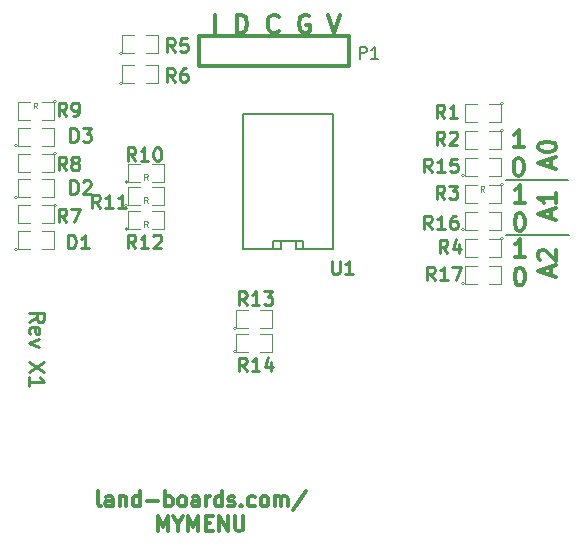
<source format=gto>
G04 (created by PCBNEW (2013-07-07 BZR 4022)-stable) date 3/7/2015 2:00:05 PM*
%MOIN*%
G04 Gerber Fmt 3.4, Leading zero omitted, Abs format*
%FSLAX34Y34*%
G01*
G70*
G90*
G04 APERTURE LIST*
%ADD10C,0.00590551*%
%ADD11C,0.00787402*%
%ADD12C,0.011811*%
%ADD13C,0.00875*%
%ADD14C,0.0125*%
%ADD15C,0.0039*%
%ADD16C,0.012*%
%ADD17C,0.01*%
%ADD18C,0.0043*%
%ADD19C,0.008*%
G04 APERTURE END LIST*
G54D10*
G54D11*
X54251Y-34370D02*
X56377Y-34370D01*
X54251Y-32559D02*
X56338Y-32559D01*
G54D12*
X55770Y-35721D02*
X55770Y-35440D01*
X55939Y-35778D02*
X55348Y-35581D01*
X55939Y-35384D01*
X55404Y-35215D02*
X55376Y-35187D01*
X55348Y-35131D01*
X55348Y-34990D01*
X55376Y-34934D01*
X55404Y-34906D01*
X55460Y-34878D01*
X55517Y-34878D01*
X55601Y-34906D01*
X55939Y-35243D01*
X55939Y-34878D01*
X55770Y-33821D02*
X55770Y-33540D01*
X55939Y-33878D02*
X55348Y-33681D01*
X55939Y-33484D01*
X55939Y-32978D02*
X55939Y-33315D01*
X55939Y-33146D02*
X55348Y-33146D01*
X55432Y-33203D01*
X55489Y-33259D01*
X55517Y-33315D01*
X55770Y-32121D02*
X55770Y-31840D01*
X55939Y-32178D02*
X55348Y-31981D01*
X55939Y-31784D01*
X55348Y-31475D02*
X55348Y-31418D01*
X55376Y-31362D01*
X55404Y-31334D01*
X55460Y-31306D01*
X55573Y-31278D01*
X55714Y-31278D01*
X55826Y-31306D01*
X55882Y-31334D01*
X55910Y-31362D01*
X55939Y-31418D01*
X55939Y-31475D01*
X55910Y-31531D01*
X55882Y-31559D01*
X55826Y-31587D01*
X55714Y-31615D01*
X55573Y-31615D01*
X55460Y-31587D01*
X55404Y-31559D01*
X55376Y-31531D01*
X55348Y-31475D01*
X54893Y-35120D02*
X54555Y-35120D01*
X54724Y-35120D02*
X54724Y-34530D01*
X54668Y-34614D01*
X54611Y-34670D01*
X54555Y-34699D01*
X54696Y-35475D02*
X54752Y-35475D01*
X54808Y-35503D01*
X54836Y-35531D01*
X54865Y-35587D01*
X54893Y-35700D01*
X54893Y-35840D01*
X54865Y-35953D01*
X54836Y-36009D01*
X54808Y-36037D01*
X54752Y-36065D01*
X54696Y-36065D01*
X54640Y-36037D01*
X54611Y-36009D01*
X54583Y-35953D01*
X54555Y-35840D01*
X54555Y-35700D01*
X54583Y-35587D01*
X54611Y-35531D01*
X54640Y-35503D01*
X54696Y-35475D01*
X54893Y-33309D02*
X54555Y-33309D01*
X54724Y-33309D02*
X54724Y-32719D01*
X54668Y-32803D01*
X54611Y-32859D01*
X54555Y-32888D01*
X54696Y-33664D02*
X54752Y-33664D01*
X54808Y-33692D01*
X54836Y-33720D01*
X54865Y-33776D01*
X54893Y-33889D01*
X54893Y-34029D01*
X54865Y-34142D01*
X54836Y-34198D01*
X54808Y-34226D01*
X54752Y-34254D01*
X54696Y-34254D01*
X54640Y-34226D01*
X54611Y-34198D01*
X54583Y-34142D01*
X54555Y-34029D01*
X54555Y-33889D01*
X54583Y-33776D01*
X54611Y-33720D01*
X54640Y-33692D01*
X54696Y-33664D01*
X54853Y-31459D02*
X54516Y-31459D01*
X54685Y-31459D02*
X54685Y-30868D01*
X54628Y-30953D01*
X54572Y-31009D01*
X54516Y-31037D01*
X54656Y-31813D02*
X54713Y-31813D01*
X54769Y-31841D01*
X54797Y-31870D01*
X54825Y-31926D01*
X54853Y-32038D01*
X54853Y-32179D01*
X54825Y-32291D01*
X54797Y-32348D01*
X54769Y-32376D01*
X54713Y-32404D01*
X54656Y-32404D01*
X54600Y-32376D01*
X54572Y-32348D01*
X54544Y-32291D01*
X54516Y-32179D01*
X54516Y-32038D01*
X54544Y-31926D01*
X54572Y-31870D01*
X54600Y-31841D01*
X54656Y-31813D01*
X44575Y-27640D02*
X44575Y-27050D01*
X45306Y-27640D02*
X45306Y-27050D01*
X45447Y-27050D01*
X45531Y-27078D01*
X45587Y-27134D01*
X45615Y-27190D01*
X45643Y-27303D01*
X45643Y-27387D01*
X45615Y-27500D01*
X45587Y-27556D01*
X45531Y-27612D01*
X45447Y-27640D01*
X45306Y-27640D01*
X46684Y-27584D02*
X46656Y-27612D01*
X46571Y-27640D01*
X46515Y-27640D01*
X46431Y-27612D01*
X46375Y-27556D01*
X46347Y-27500D01*
X46318Y-27387D01*
X46318Y-27303D01*
X46347Y-27190D01*
X46375Y-27134D01*
X46431Y-27078D01*
X46515Y-27050D01*
X46571Y-27050D01*
X46656Y-27078D01*
X46684Y-27106D01*
X47696Y-27078D02*
X47640Y-27050D01*
X47556Y-27050D01*
X47471Y-27078D01*
X47415Y-27134D01*
X47387Y-27190D01*
X47359Y-27303D01*
X47359Y-27387D01*
X47387Y-27500D01*
X47415Y-27556D01*
X47471Y-27612D01*
X47556Y-27640D01*
X47612Y-27640D01*
X47696Y-27612D01*
X47724Y-27584D01*
X47724Y-27387D01*
X47612Y-27387D01*
X48343Y-27050D02*
X48540Y-27640D01*
X48737Y-27050D01*
G54D13*
X38380Y-37272D02*
X38618Y-37105D01*
X38380Y-36986D02*
X38880Y-36986D01*
X38880Y-37177D01*
X38856Y-37224D01*
X38832Y-37248D01*
X38785Y-37272D01*
X38713Y-37272D01*
X38666Y-37248D01*
X38642Y-37224D01*
X38618Y-37177D01*
X38618Y-36986D01*
X38404Y-37677D02*
X38380Y-37629D01*
X38380Y-37534D01*
X38404Y-37486D01*
X38451Y-37462D01*
X38642Y-37462D01*
X38689Y-37486D01*
X38713Y-37534D01*
X38713Y-37629D01*
X38689Y-37677D01*
X38642Y-37700D01*
X38594Y-37700D01*
X38546Y-37462D01*
X38713Y-37867D02*
X38380Y-37986D01*
X38713Y-38105D01*
X38880Y-38629D02*
X38380Y-38962D01*
X38880Y-38962D02*
X38380Y-38629D01*
X38380Y-39415D02*
X38380Y-39129D01*
X38380Y-39272D02*
X38880Y-39272D01*
X38808Y-39224D01*
X38761Y-39177D01*
X38737Y-39129D01*
G54D14*
X40749Y-43430D02*
X40701Y-43406D01*
X40677Y-43359D01*
X40677Y-42930D01*
X41154Y-43430D02*
X41154Y-43168D01*
X41130Y-43121D01*
X41082Y-43097D01*
X40987Y-43097D01*
X40939Y-43121D01*
X41154Y-43406D02*
X41106Y-43430D01*
X40987Y-43430D01*
X40939Y-43406D01*
X40915Y-43359D01*
X40915Y-43311D01*
X40939Y-43264D01*
X40987Y-43240D01*
X41106Y-43240D01*
X41154Y-43216D01*
X41392Y-43097D02*
X41392Y-43430D01*
X41392Y-43145D02*
X41415Y-43121D01*
X41463Y-43097D01*
X41534Y-43097D01*
X41582Y-43121D01*
X41606Y-43168D01*
X41606Y-43430D01*
X42058Y-43430D02*
X42058Y-42930D01*
X42058Y-43406D02*
X42011Y-43430D01*
X41915Y-43430D01*
X41868Y-43406D01*
X41844Y-43383D01*
X41820Y-43335D01*
X41820Y-43192D01*
X41844Y-43145D01*
X41868Y-43121D01*
X41915Y-43097D01*
X42011Y-43097D01*
X42058Y-43121D01*
X42296Y-43240D02*
X42677Y-43240D01*
X42915Y-43430D02*
X42915Y-42930D01*
X42915Y-43121D02*
X42963Y-43097D01*
X43058Y-43097D01*
X43106Y-43121D01*
X43130Y-43145D01*
X43154Y-43192D01*
X43154Y-43335D01*
X43130Y-43383D01*
X43106Y-43406D01*
X43058Y-43430D01*
X42963Y-43430D01*
X42915Y-43406D01*
X43439Y-43430D02*
X43392Y-43406D01*
X43368Y-43383D01*
X43344Y-43335D01*
X43344Y-43192D01*
X43368Y-43145D01*
X43392Y-43121D01*
X43439Y-43097D01*
X43511Y-43097D01*
X43558Y-43121D01*
X43582Y-43145D01*
X43606Y-43192D01*
X43606Y-43335D01*
X43582Y-43383D01*
X43558Y-43406D01*
X43511Y-43430D01*
X43439Y-43430D01*
X44034Y-43430D02*
X44034Y-43168D01*
X44011Y-43121D01*
X43963Y-43097D01*
X43868Y-43097D01*
X43820Y-43121D01*
X44034Y-43406D02*
X43987Y-43430D01*
X43868Y-43430D01*
X43820Y-43406D01*
X43796Y-43359D01*
X43796Y-43311D01*
X43820Y-43264D01*
X43868Y-43240D01*
X43987Y-43240D01*
X44034Y-43216D01*
X44273Y-43430D02*
X44273Y-43097D01*
X44273Y-43192D02*
X44296Y-43145D01*
X44320Y-43121D01*
X44368Y-43097D01*
X44415Y-43097D01*
X44796Y-43430D02*
X44796Y-42930D01*
X44796Y-43406D02*
X44749Y-43430D01*
X44654Y-43430D01*
X44606Y-43406D01*
X44582Y-43383D01*
X44558Y-43335D01*
X44558Y-43192D01*
X44582Y-43145D01*
X44606Y-43121D01*
X44654Y-43097D01*
X44749Y-43097D01*
X44796Y-43121D01*
X45011Y-43406D02*
X45058Y-43430D01*
X45154Y-43430D01*
X45201Y-43406D01*
X45225Y-43359D01*
X45225Y-43335D01*
X45201Y-43287D01*
X45154Y-43264D01*
X45082Y-43264D01*
X45034Y-43240D01*
X45011Y-43192D01*
X45011Y-43168D01*
X45034Y-43121D01*
X45082Y-43097D01*
X45154Y-43097D01*
X45201Y-43121D01*
X45439Y-43383D02*
X45463Y-43406D01*
X45439Y-43430D01*
X45415Y-43406D01*
X45439Y-43383D01*
X45439Y-43430D01*
X45892Y-43406D02*
X45844Y-43430D01*
X45749Y-43430D01*
X45701Y-43406D01*
X45677Y-43383D01*
X45654Y-43335D01*
X45654Y-43192D01*
X45677Y-43145D01*
X45701Y-43121D01*
X45749Y-43097D01*
X45844Y-43097D01*
X45892Y-43121D01*
X46177Y-43430D02*
X46130Y-43406D01*
X46106Y-43383D01*
X46082Y-43335D01*
X46082Y-43192D01*
X46106Y-43145D01*
X46130Y-43121D01*
X46177Y-43097D01*
X46249Y-43097D01*
X46296Y-43121D01*
X46320Y-43145D01*
X46344Y-43192D01*
X46344Y-43335D01*
X46320Y-43383D01*
X46296Y-43406D01*
X46249Y-43430D01*
X46177Y-43430D01*
X46558Y-43430D02*
X46558Y-43097D01*
X46558Y-43145D02*
X46582Y-43121D01*
X46630Y-43097D01*
X46701Y-43097D01*
X46749Y-43121D01*
X46773Y-43168D01*
X46773Y-43430D01*
X46773Y-43168D02*
X46796Y-43121D01*
X46844Y-43097D01*
X46915Y-43097D01*
X46963Y-43121D01*
X46987Y-43168D01*
X46987Y-43430D01*
X47582Y-42906D02*
X47154Y-43549D01*
X42677Y-44255D02*
X42677Y-43755D01*
X42844Y-44112D01*
X43011Y-43755D01*
X43011Y-44255D01*
X43344Y-44017D02*
X43344Y-44255D01*
X43177Y-43755D02*
X43344Y-44017D01*
X43511Y-43755D01*
X43677Y-44255D02*
X43677Y-43755D01*
X43844Y-44112D01*
X44011Y-43755D01*
X44011Y-44255D01*
X44249Y-43993D02*
X44415Y-43993D01*
X44487Y-44255D02*
X44249Y-44255D01*
X44249Y-43755D01*
X44487Y-43755D01*
X44701Y-44255D02*
X44701Y-43755D01*
X44987Y-44255D01*
X44987Y-43755D01*
X45225Y-43755D02*
X45225Y-44160D01*
X45249Y-44208D01*
X45273Y-44231D01*
X45320Y-44255D01*
X45415Y-44255D01*
X45463Y-44231D01*
X45487Y-44208D01*
X45511Y-44160D01*
X45511Y-43755D01*
G54D15*
X45281Y-38280D02*
G75*
G03X45281Y-38280I-50J0D01*
G74*
G01*
X45681Y-38280D02*
X45281Y-38280D01*
X45281Y-38280D02*
X45281Y-37680D01*
X45281Y-37680D02*
X45681Y-37680D01*
X46081Y-37680D02*
X46481Y-37680D01*
X46481Y-37680D02*
X46481Y-38280D01*
X46481Y-38280D02*
X46081Y-38280D01*
X45281Y-37492D02*
G75*
G03X45281Y-37492I-50J0D01*
G74*
G01*
X45681Y-37492D02*
X45281Y-37492D01*
X45281Y-37492D02*
X45281Y-36892D01*
X45281Y-36892D02*
X45681Y-36892D01*
X46081Y-36892D02*
X46481Y-36892D01*
X46481Y-36892D02*
X46481Y-37492D01*
X46481Y-37492D02*
X46081Y-37492D01*
X41659Y-34185D02*
G75*
G03X41659Y-34185I-50J0D01*
G74*
G01*
X42059Y-34185D02*
X41659Y-34185D01*
X41659Y-34185D02*
X41659Y-33585D01*
X41659Y-33585D02*
X42059Y-33585D01*
X42459Y-33585D02*
X42859Y-33585D01*
X42859Y-33585D02*
X42859Y-34185D01*
X42859Y-34185D02*
X42459Y-34185D01*
X41659Y-33398D02*
G75*
G03X41659Y-33398I-50J0D01*
G74*
G01*
X42059Y-33398D02*
X41659Y-33398D01*
X41659Y-33398D02*
X41659Y-32798D01*
X41659Y-32798D02*
X42059Y-32798D01*
X42459Y-32798D02*
X42859Y-32798D01*
X42859Y-32798D02*
X42859Y-33398D01*
X42859Y-33398D02*
X42459Y-33398D01*
X41659Y-32611D02*
G75*
G03X41659Y-32611I-50J0D01*
G74*
G01*
X42059Y-32611D02*
X41659Y-32611D01*
X41659Y-32611D02*
X41659Y-32011D01*
X41659Y-32011D02*
X42059Y-32011D01*
X42459Y-32011D02*
X42859Y-32011D01*
X42859Y-32011D02*
X42859Y-32611D01*
X42859Y-32611D02*
X42459Y-32611D01*
X37982Y-34866D02*
G75*
G03X37982Y-34866I-50J0D01*
G74*
G01*
X38382Y-34866D02*
X37982Y-34866D01*
X37982Y-34866D02*
X37982Y-34266D01*
X37982Y-34266D02*
X38382Y-34266D01*
X38782Y-34266D02*
X39182Y-34266D01*
X39182Y-34266D02*
X39182Y-34866D01*
X39182Y-34866D02*
X38782Y-34866D01*
X37982Y-33134D02*
G75*
G03X37982Y-33134I-50J0D01*
G74*
G01*
X38382Y-33134D02*
X37982Y-33134D01*
X37982Y-33134D02*
X37982Y-32534D01*
X37982Y-32534D02*
X38382Y-32534D01*
X38782Y-32534D02*
X39182Y-32534D01*
X39182Y-32534D02*
X39182Y-33134D01*
X39182Y-33134D02*
X38782Y-33134D01*
X37982Y-31402D02*
G75*
G03X37982Y-31402I-50J0D01*
G74*
G01*
X38382Y-31402D02*
X37982Y-31402D01*
X37982Y-31402D02*
X37982Y-30802D01*
X37982Y-30802D02*
X38382Y-30802D01*
X38782Y-30802D02*
X39182Y-30802D01*
X39182Y-30802D02*
X39182Y-31402D01*
X39182Y-31402D02*
X38782Y-31402D01*
X39282Y-33400D02*
G75*
G03X39282Y-33400I-50J0D01*
G74*
G01*
X38782Y-33400D02*
X39182Y-33400D01*
X39182Y-33400D02*
X39182Y-34000D01*
X39182Y-34000D02*
X38782Y-34000D01*
X38382Y-34000D02*
X37982Y-34000D01*
X37982Y-34000D02*
X37982Y-33400D01*
X37982Y-33400D02*
X38382Y-33400D01*
X39282Y-31668D02*
G75*
G03X39282Y-31668I-50J0D01*
G74*
G01*
X38782Y-31668D02*
X39182Y-31668D01*
X39182Y-31668D02*
X39182Y-32268D01*
X39182Y-32268D02*
X38782Y-32268D01*
X38382Y-32268D02*
X37982Y-32268D01*
X37982Y-32268D02*
X37982Y-31668D01*
X37982Y-31668D02*
X38382Y-31668D01*
X39282Y-29936D02*
G75*
G03X39282Y-29936I-50J0D01*
G74*
G01*
X38782Y-29936D02*
X39182Y-29936D01*
X39182Y-29936D02*
X39182Y-30536D01*
X39182Y-30536D02*
X38782Y-30536D01*
X38382Y-30536D02*
X37982Y-30536D01*
X37982Y-30536D02*
X37982Y-29936D01*
X37982Y-29936D02*
X38382Y-29936D01*
X41480Y-29323D02*
G75*
G03X41480Y-29323I-50J0D01*
G74*
G01*
X41880Y-29323D02*
X41480Y-29323D01*
X41480Y-29323D02*
X41480Y-28723D01*
X41480Y-28723D02*
X41880Y-28723D01*
X42280Y-28723D02*
X42680Y-28723D01*
X42680Y-28723D02*
X42680Y-29323D01*
X42680Y-29323D02*
X42280Y-29323D01*
X41480Y-28323D02*
G75*
G03X41480Y-28323I-50J0D01*
G74*
G01*
X41880Y-28323D02*
X41480Y-28323D01*
X41480Y-28323D02*
X41480Y-27723D01*
X41480Y-27723D02*
X41880Y-27723D01*
X42280Y-27723D02*
X42680Y-27723D01*
X42680Y-27723D02*
X42680Y-28323D01*
X42680Y-28323D02*
X42280Y-28323D01*
X54185Y-34506D02*
G75*
G03X54185Y-34506I-50J0D01*
G74*
G01*
X53685Y-34506D02*
X54085Y-34506D01*
X54085Y-34506D02*
X54085Y-35106D01*
X54085Y-35106D02*
X53685Y-35106D01*
X53285Y-35106D02*
X52885Y-35106D01*
X52885Y-35106D02*
X52885Y-34506D01*
X52885Y-34506D02*
X53285Y-34506D01*
X54185Y-32706D02*
G75*
G03X54185Y-32706I-50J0D01*
G74*
G01*
X53685Y-32706D02*
X54085Y-32706D01*
X54085Y-32706D02*
X54085Y-33306D01*
X54085Y-33306D02*
X53685Y-33306D01*
X53285Y-33306D02*
X52885Y-33306D01*
X52885Y-33306D02*
X52885Y-32706D01*
X52885Y-32706D02*
X53285Y-32706D01*
X54185Y-30906D02*
G75*
G03X54185Y-30906I-50J0D01*
G74*
G01*
X53685Y-30906D02*
X54085Y-30906D01*
X54085Y-30906D02*
X54085Y-31506D01*
X54085Y-31506D02*
X53685Y-31506D01*
X53285Y-31506D02*
X52885Y-31506D01*
X52885Y-31506D02*
X52885Y-30906D01*
X52885Y-30906D02*
X53285Y-30906D01*
X54185Y-30006D02*
G75*
G03X54185Y-30006I-50J0D01*
G74*
G01*
X53685Y-30006D02*
X54085Y-30006D01*
X54085Y-30006D02*
X54085Y-30606D01*
X54085Y-30606D02*
X53685Y-30606D01*
X53285Y-30606D02*
X52885Y-30606D01*
X52885Y-30606D02*
X52885Y-30006D01*
X52885Y-30006D02*
X53285Y-30006D01*
G54D10*
X47507Y-34848D02*
X47257Y-34848D01*
X47257Y-34848D02*
X47257Y-34598D01*
X47257Y-34598D02*
X46757Y-34598D01*
X46757Y-34598D02*
X46757Y-34848D01*
X46757Y-34848D02*
X46507Y-34848D01*
X45507Y-34848D02*
X45507Y-30348D01*
X45507Y-30348D02*
X48507Y-30348D01*
X48507Y-30348D02*
X48507Y-34848D01*
X48507Y-34848D02*
X47507Y-34848D01*
X47507Y-34848D02*
X47507Y-34598D01*
X47507Y-34598D02*
X46507Y-34598D01*
X46507Y-34598D02*
X46507Y-34848D01*
X46507Y-34848D02*
X45507Y-34848D01*
G54D15*
X52885Y-36006D02*
G75*
G03X52885Y-36006I-50J0D01*
G74*
G01*
X53285Y-36006D02*
X52885Y-36006D01*
X52885Y-36006D02*
X52885Y-35406D01*
X52885Y-35406D02*
X53285Y-35406D01*
X53685Y-35406D02*
X54085Y-35406D01*
X54085Y-35406D02*
X54085Y-36006D01*
X54085Y-36006D02*
X53685Y-36006D01*
X52885Y-34206D02*
G75*
G03X52885Y-34206I-50J0D01*
G74*
G01*
X53285Y-34206D02*
X52885Y-34206D01*
X52885Y-34206D02*
X52885Y-33606D01*
X52885Y-33606D02*
X53285Y-33606D01*
X53685Y-33606D02*
X54085Y-33606D01*
X54085Y-33606D02*
X54085Y-34206D01*
X54085Y-34206D02*
X53685Y-34206D01*
X52885Y-32406D02*
G75*
G03X52885Y-32406I-50J0D01*
G74*
G01*
X53285Y-32406D02*
X52885Y-32406D01*
X52885Y-32406D02*
X52885Y-31806D01*
X52885Y-31806D02*
X53285Y-31806D01*
X53685Y-31806D02*
X54085Y-31806D01*
X54085Y-31806D02*
X54085Y-32406D01*
X54085Y-32406D02*
X53685Y-32406D01*
G54D16*
X49035Y-28767D02*
X49035Y-27767D01*
X44035Y-27767D02*
X44035Y-28767D01*
X49035Y-28767D02*
X44035Y-28767D01*
X44035Y-27767D02*
X49035Y-27767D01*
G54D17*
X45616Y-38922D02*
X45466Y-38708D01*
X45359Y-38922D02*
X45359Y-38472D01*
X45530Y-38472D01*
X45573Y-38493D01*
X45594Y-38515D01*
X45616Y-38558D01*
X45616Y-38622D01*
X45594Y-38665D01*
X45573Y-38686D01*
X45530Y-38708D01*
X45359Y-38708D01*
X46044Y-38922D02*
X45787Y-38922D01*
X45916Y-38922D02*
X45916Y-38472D01*
X45873Y-38536D01*
X45830Y-38579D01*
X45787Y-38600D01*
X46430Y-38622D02*
X46430Y-38922D01*
X46323Y-38450D02*
X46216Y-38772D01*
X46494Y-38772D01*
X45616Y-36717D02*
X45466Y-36503D01*
X45359Y-36717D02*
X45359Y-36267D01*
X45530Y-36267D01*
X45573Y-36289D01*
X45594Y-36310D01*
X45616Y-36353D01*
X45616Y-36417D01*
X45594Y-36460D01*
X45573Y-36481D01*
X45530Y-36503D01*
X45359Y-36503D01*
X46044Y-36717D02*
X45787Y-36717D01*
X45916Y-36717D02*
X45916Y-36267D01*
X45873Y-36331D01*
X45830Y-36374D01*
X45787Y-36396D01*
X46194Y-36267D02*
X46473Y-36267D01*
X46323Y-36439D01*
X46387Y-36439D01*
X46430Y-36460D01*
X46451Y-36481D01*
X46473Y-36524D01*
X46473Y-36631D01*
X46451Y-36674D01*
X46430Y-36696D01*
X46387Y-36717D01*
X46259Y-36717D01*
X46216Y-36696D01*
X46194Y-36674D01*
X41915Y-34827D02*
X41765Y-34613D01*
X41658Y-34827D02*
X41658Y-34377D01*
X41829Y-34377D01*
X41872Y-34399D01*
X41894Y-34420D01*
X41915Y-34463D01*
X41915Y-34527D01*
X41894Y-34570D01*
X41872Y-34592D01*
X41829Y-34613D01*
X41658Y-34613D01*
X42344Y-34827D02*
X42086Y-34827D01*
X42215Y-34827D02*
X42215Y-34377D01*
X42172Y-34442D01*
X42129Y-34484D01*
X42086Y-34506D01*
X42515Y-34420D02*
X42536Y-34399D01*
X42579Y-34377D01*
X42686Y-34377D01*
X42729Y-34399D01*
X42751Y-34420D01*
X42772Y-34463D01*
X42772Y-34506D01*
X42751Y-34570D01*
X42494Y-34827D01*
X42772Y-34827D01*
G54D18*
X42320Y-34115D02*
X42255Y-34021D01*
X42208Y-34115D02*
X42208Y-33918D01*
X42283Y-33918D01*
X42302Y-33927D01*
X42311Y-33937D01*
X42320Y-33956D01*
X42320Y-33984D01*
X42311Y-34002D01*
X42302Y-34012D01*
X42283Y-34021D01*
X42208Y-34021D01*
G54D17*
X40734Y-33489D02*
X40584Y-33274D01*
X40477Y-33489D02*
X40477Y-33039D01*
X40648Y-33039D01*
X40691Y-33060D01*
X40712Y-33082D01*
X40734Y-33124D01*
X40734Y-33189D01*
X40712Y-33232D01*
X40691Y-33253D01*
X40648Y-33274D01*
X40477Y-33274D01*
X41162Y-33489D02*
X40905Y-33489D01*
X41034Y-33489D02*
X41034Y-33039D01*
X40991Y-33103D01*
X40948Y-33146D01*
X40905Y-33167D01*
X41591Y-33489D02*
X41334Y-33489D01*
X41462Y-33489D02*
X41462Y-33039D01*
X41420Y-33103D01*
X41377Y-33146D01*
X41334Y-33167D01*
G54D18*
X42320Y-33328D02*
X42255Y-33234D01*
X42208Y-33328D02*
X42208Y-33131D01*
X42283Y-33131D01*
X42302Y-33140D01*
X42311Y-33149D01*
X42320Y-33168D01*
X42320Y-33196D01*
X42311Y-33215D01*
X42302Y-33224D01*
X42283Y-33234D01*
X42208Y-33234D01*
G54D17*
X41915Y-31914D02*
X41765Y-31700D01*
X41658Y-31914D02*
X41658Y-31464D01*
X41829Y-31464D01*
X41872Y-31485D01*
X41894Y-31507D01*
X41915Y-31550D01*
X41915Y-31614D01*
X41894Y-31657D01*
X41872Y-31678D01*
X41829Y-31700D01*
X41658Y-31700D01*
X42344Y-31914D02*
X42086Y-31914D01*
X42215Y-31914D02*
X42215Y-31464D01*
X42172Y-31528D01*
X42129Y-31571D01*
X42086Y-31592D01*
X42622Y-31464D02*
X42665Y-31464D01*
X42708Y-31485D01*
X42729Y-31507D01*
X42751Y-31550D01*
X42772Y-31635D01*
X42772Y-31742D01*
X42751Y-31828D01*
X42729Y-31871D01*
X42708Y-31892D01*
X42665Y-31914D01*
X42622Y-31914D01*
X42579Y-31892D01*
X42558Y-31871D01*
X42536Y-31828D01*
X42515Y-31742D01*
X42515Y-31635D01*
X42536Y-31550D01*
X42558Y-31507D01*
X42579Y-31485D01*
X42622Y-31464D01*
G54D18*
X42320Y-32540D02*
X42255Y-32446D01*
X42208Y-32540D02*
X42208Y-32343D01*
X42283Y-32343D01*
X42302Y-32353D01*
X42311Y-32362D01*
X42320Y-32381D01*
X42320Y-32409D01*
X42311Y-32428D01*
X42302Y-32437D01*
X42283Y-32446D01*
X42208Y-32446D01*
G54D17*
X39667Y-34827D02*
X39667Y-34377D01*
X39775Y-34377D01*
X39839Y-34399D01*
X39882Y-34442D01*
X39903Y-34484D01*
X39925Y-34570D01*
X39925Y-34634D01*
X39903Y-34720D01*
X39882Y-34763D01*
X39839Y-34806D01*
X39775Y-34827D01*
X39667Y-34827D01*
X40353Y-34827D02*
X40096Y-34827D01*
X40225Y-34827D02*
X40225Y-34377D01*
X40182Y-34442D01*
X40139Y-34484D01*
X40096Y-34506D01*
X39746Y-33016D02*
X39746Y-32566D01*
X39853Y-32566D01*
X39918Y-32588D01*
X39960Y-32631D01*
X39982Y-32673D01*
X40003Y-32759D01*
X40003Y-32823D01*
X39982Y-32909D01*
X39960Y-32952D01*
X39918Y-32995D01*
X39853Y-33016D01*
X39746Y-33016D01*
X40175Y-32609D02*
X40196Y-32588D01*
X40239Y-32566D01*
X40346Y-32566D01*
X40389Y-32588D01*
X40410Y-32609D01*
X40432Y-32652D01*
X40432Y-32695D01*
X40410Y-32759D01*
X40153Y-33016D01*
X40432Y-33016D01*
X39746Y-31284D02*
X39746Y-30834D01*
X39853Y-30834D01*
X39918Y-30855D01*
X39960Y-30898D01*
X39982Y-30941D01*
X40003Y-31027D01*
X40003Y-31091D01*
X39982Y-31177D01*
X39960Y-31220D01*
X39918Y-31263D01*
X39853Y-31284D01*
X39746Y-31284D01*
X40153Y-30834D02*
X40432Y-30834D01*
X40282Y-31005D01*
X40346Y-31005D01*
X40389Y-31027D01*
X40410Y-31048D01*
X40432Y-31091D01*
X40432Y-31198D01*
X40410Y-31241D01*
X40389Y-31263D01*
X40346Y-31284D01*
X40218Y-31284D01*
X40175Y-31263D01*
X40153Y-31241D01*
X39610Y-33961D02*
X39460Y-33747D01*
X39352Y-33961D02*
X39352Y-33511D01*
X39524Y-33511D01*
X39567Y-33533D01*
X39588Y-33554D01*
X39610Y-33597D01*
X39610Y-33661D01*
X39588Y-33704D01*
X39567Y-33725D01*
X39524Y-33747D01*
X39352Y-33747D01*
X39760Y-33511D02*
X40060Y-33511D01*
X39867Y-33961D01*
X39610Y-32229D02*
X39460Y-32015D01*
X39352Y-32229D02*
X39352Y-31779D01*
X39524Y-31779D01*
X39567Y-31800D01*
X39588Y-31822D01*
X39610Y-31865D01*
X39610Y-31929D01*
X39588Y-31972D01*
X39567Y-31993D01*
X39524Y-32015D01*
X39352Y-32015D01*
X39867Y-31972D02*
X39824Y-31950D01*
X39802Y-31929D01*
X39781Y-31886D01*
X39781Y-31865D01*
X39802Y-31822D01*
X39824Y-31800D01*
X39867Y-31779D01*
X39952Y-31779D01*
X39995Y-31800D01*
X40017Y-31822D01*
X40038Y-31865D01*
X40038Y-31886D01*
X40017Y-31929D01*
X39995Y-31950D01*
X39952Y-31972D01*
X39867Y-31972D01*
X39824Y-31993D01*
X39802Y-32015D01*
X39781Y-32057D01*
X39781Y-32143D01*
X39802Y-32186D01*
X39824Y-32207D01*
X39867Y-32229D01*
X39952Y-32229D01*
X39995Y-32207D01*
X40017Y-32186D01*
X40038Y-32143D01*
X40038Y-32057D01*
X40017Y-32015D01*
X39995Y-31993D01*
X39952Y-31972D01*
X39610Y-30418D02*
X39460Y-30204D01*
X39352Y-30418D02*
X39352Y-29968D01*
X39524Y-29968D01*
X39567Y-29989D01*
X39588Y-30011D01*
X39610Y-30054D01*
X39610Y-30118D01*
X39588Y-30161D01*
X39567Y-30182D01*
X39524Y-30204D01*
X39352Y-30204D01*
X39824Y-30418D02*
X39910Y-30418D01*
X39952Y-30396D01*
X39974Y-30375D01*
X40017Y-30311D01*
X40038Y-30225D01*
X40038Y-30054D01*
X40017Y-30011D01*
X39995Y-29989D01*
X39952Y-29968D01*
X39867Y-29968D01*
X39824Y-29989D01*
X39802Y-30011D01*
X39781Y-30054D01*
X39781Y-30161D01*
X39802Y-30204D01*
X39824Y-30225D01*
X39867Y-30246D01*
X39952Y-30246D01*
X39995Y-30225D01*
X40017Y-30204D01*
X40038Y-30161D01*
G54D18*
X38643Y-30165D02*
X38577Y-30072D01*
X38531Y-30165D02*
X38531Y-29968D01*
X38606Y-29968D01*
X38624Y-29978D01*
X38634Y-29987D01*
X38643Y-30006D01*
X38643Y-30034D01*
X38634Y-30053D01*
X38624Y-30062D01*
X38606Y-30072D01*
X38531Y-30072D01*
G54D17*
X43225Y-29282D02*
X43075Y-29067D01*
X42967Y-29282D02*
X42967Y-28832D01*
X43139Y-28832D01*
X43182Y-28853D01*
X43203Y-28875D01*
X43225Y-28917D01*
X43225Y-28982D01*
X43203Y-29025D01*
X43182Y-29046D01*
X43139Y-29067D01*
X42967Y-29067D01*
X43610Y-28832D02*
X43525Y-28832D01*
X43482Y-28853D01*
X43460Y-28875D01*
X43417Y-28939D01*
X43396Y-29025D01*
X43396Y-29196D01*
X43417Y-29239D01*
X43439Y-29260D01*
X43482Y-29282D01*
X43567Y-29282D01*
X43610Y-29260D01*
X43632Y-29239D01*
X43653Y-29196D01*
X43653Y-29089D01*
X43632Y-29046D01*
X43610Y-29025D01*
X43567Y-29003D01*
X43482Y-29003D01*
X43439Y-29025D01*
X43417Y-29046D01*
X43396Y-29089D01*
X43225Y-28282D02*
X43075Y-28067D01*
X42967Y-28282D02*
X42967Y-27832D01*
X43139Y-27832D01*
X43182Y-27853D01*
X43203Y-27875D01*
X43225Y-27917D01*
X43225Y-27982D01*
X43203Y-28025D01*
X43182Y-28046D01*
X43139Y-28067D01*
X42967Y-28067D01*
X43632Y-27832D02*
X43417Y-27832D01*
X43396Y-28046D01*
X43417Y-28025D01*
X43460Y-28003D01*
X43567Y-28003D01*
X43610Y-28025D01*
X43632Y-28046D01*
X43653Y-28089D01*
X43653Y-28196D01*
X43632Y-28239D01*
X43610Y-28260D01*
X43567Y-28282D01*
X43460Y-28282D01*
X43417Y-28260D01*
X43396Y-28239D01*
X52310Y-34988D02*
X52160Y-34774D01*
X52053Y-34988D02*
X52053Y-34538D01*
X52225Y-34538D01*
X52267Y-34559D01*
X52289Y-34581D01*
X52310Y-34624D01*
X52310Y-34688D01*
X52289Y-34731D01*
X52267Y-34752D01*
X52225Y-34774D01*
X52053Y-34774D01*
X52696Y-34688D02*
X52696Y-34988D01*
X52589Y-34517D02*
X52482Y-34838D01*
X52760Y-34838D01*
X52210Y-33188D02*
X52060Y-32974D01*
X51953Y-33188D02*
X51953Y-32738D01*
X52125Y-32738D01*
X52167Y-32759D01*
X52189Y-32781D01*
X52210Y-32824D01*
X52210Y-32888D01*
X52189Y-32931D01*
X52167Y-32952D01*
X52125Y-32974D01*
X51953Y-32974D01*
X52360Y-32738D02*
X52639Y-32738D01*
X52489Y-32909D01*
X52553Y-32909D01*
X52596Y-32931D01*
X52617Y-32952D01*
X52639Y-32995D01*
X52639Y-33102D01*
X52617Y-33145D01*
X52596Y-33167D01*
X52553Y-33188D01*
X52425Y-33188D01*
X52382Y-33167D01*
X52360Y-33145D01*
G54D18*
X53546Y-32936D02*
X53481Y-32842D01*
X53434Y-32936D02*
X53434Y-32739D01*
X53509Y-32739D01*
X53528Y-32748D01*
X53537Y-32757D01*
X53546Y-32776D01*
X53546Y-32804D01*
X53537Y-32823D01*
X53528Y-32832D01*
X53509Y-32842D01*
X53434Y-32842D01*
G54D17*
X52210Y-31388D02*
X52060Y-31174D01*
X51953Y-31388D02*
X51953Y-30938D01*
X52125Y-30938D01*
X52167Y-30959D01*
X52189Y-30981D01*
X52210Y-31024D01*
X52210Y-31088D01*
X52189Y-31131D01*
X52167Y-31152D01*
X52125Y-31174D01*
X51953Y-31174D01*
X52382Y-30981D02*
X52403Y-30959D01*
X52446Y-30938D01*
X52553Y-30938D01*
X52596Y-30959D01*
X52617Y-30981D01*
X52639Y-31024D01*
X52639Y-31067D01*
X52617Y-31131D01*
X52360Y-31388D01*
X52639Y-31388D01*
X52210Y-30488D02*
X52060Y-30274D01*
X51953Y-30488D02*
X51953Y-30038D01*
X52125Y-30038D01*
X52167Y-30059D01*
X52189Y-30081D01*
X52210Y-30124D01*
X52210Y-30188D01*
X52189Y-30231D01*
X52167Y-30252D01*
X52125Y-30274D01*
X51953Y-30274D01*
X52639Y-30488D02*
X52382Y-30488D01*
X52510Y-30488D02*
X52510Y-30038D01*
X52467Y-30102D01*
X52425Y-30145D01*
X52382Y-30167D01*
X48461Y-35238D02*
X48461Y-35602D01*
X48482Y-35645D01*
X48503Y-35667D01*
X48546Y-35688D01*
X48632Y-35688D01*
X48675Y-35667D01*
X48696Y-35645D01*
X48718Y-35602D01*
X48718Y-35238D01*
X49168Y-35688D02*
X48911Y-35688D01*
X49039Y-35688D02*
X49039Y-35238D01*
X48996Y-35302D01*
X48953Y-35345D01*
X48911Y-35367D01*
X51896Y-35888D02*
X51746Y-35674D01*
X51639Y-35888D02*
X51639Y-35438D01*
X51810Y-35438D01*
X51853Y-35459D01*
X51875Y-35481D01*
X51896Y-35524D01*
X51896Y-35588D01*
X51875Y-35631D01*
X51853Y-35652D01*
X51810Y-35674D01*
X51639Y-35674D01*
X52325Y-35888D02*
X52067Y-35888D01*
X52196Y-35888D02*
X52196Y-35438D01*
X52153Y-35502D01*
X52110Y-35545D01*
X52067Y-35567D01*
X52475Y-35438D02*
X52775Y-35438D01*
X52582Y-35888D01*
X51796Y-34188D02*
X51646Y-33974D01*
X51539Y-34188D02*
X51539Y-33738D01*
X51710Y-33738D01*
X51753Y-33759D01*
X51775Y-33781D01*
X51796Y-33824D01*
X51796Y-33888D01*
X51775Y-33931D01*
X51753Y-33952D01*
X51710Y-33974D01*
X51539Y-33974D01*
X52225Y-34188D02*
X51967Y-34188D01*
X52096Y-34188D02*
X52096Y-33738D01*
X52053Y-33802D01*
X52010Y-33845D01*
X51967Y-33867D01*
X52610Y-33738D02*
X52525Y-33738D01*
X52482Y-33759D01*
X52460Y-33781D01*
X52417Y-33845D01*
X52396Y-33931D01*
X52396Y-34102D01*
X52417Y-34145D01*
X52439Y-34167D01*
X52482Y-34188D01*
X52567Y-34188D01*
X52610Y-34167D01*
X52632Y-34145D01*
X52653Y-34102D01*
X52653Y-33995D01*
X52632Y-33952D01*
X52610Y-33931D01*
X52567Y-33909D01*
X52482Y-33909D01*
X52439Y-33931D01*
X52417Y-33952D01*
X52396Y-33995D01*
X51796Y-32288D02*
X51646Y-32074D01*
X51539Y-32288D02*
X51539Y-31838D01*
X51710Y-31838D01*
X51753Y-31859D01*
X51775Y-31881D01*
X51796Y-31924D01*
X51796Y-31988D01*
X51775Y-32031D01*
X51753Y-32052D01*
X51710Y-32074D01*
X51539Y-32074D01*
X52225Y-32288D02*
X51967Y-32288D01*
X52096Y-32288D02*
X52096Y-31838D01*
X52053Y-31902D01*
X52010Y-31945D01*
X51967Y-31967D01*
X52632Y-31838D02*
X52417Y-31838D01*
X52396Y-32052D01*
X52417Y-32031D01*
X52460Y-32009D01*
X52567Y-32009D01*
X52610Y-32031D01*
X52632Y-32052D01*
X52653Y-32095D01*
X52653Y-32202D01*
X52632Y-32245D01*
X52610Y-32267D01*
X52567Y-32288D01*
X52460Y-32288D01*
X52417Y-32267D01*
X52396Y-32245D01*
G54D19*
X49389Y-28508D02*
X49389Y-28108D01*
X49542Y-28108D01*
X49580Y-28127D01*
X49599Y-28146D01*
X49618Y-28184D01*
X49618Y-28241D01*
X49599Y-28279D01*
X49580Y-28298D01*
X49542Y-28317D01*
X49389Y-28317D01*
X49999Y-28508D02*
X49770Y-28508D01*
X49885Y-28508D02*
X49885Y-28108D01*
X49846Y-28165D01*
X49808Y-28203D01*
X49770Y-28222D01*
M02*

</source>
